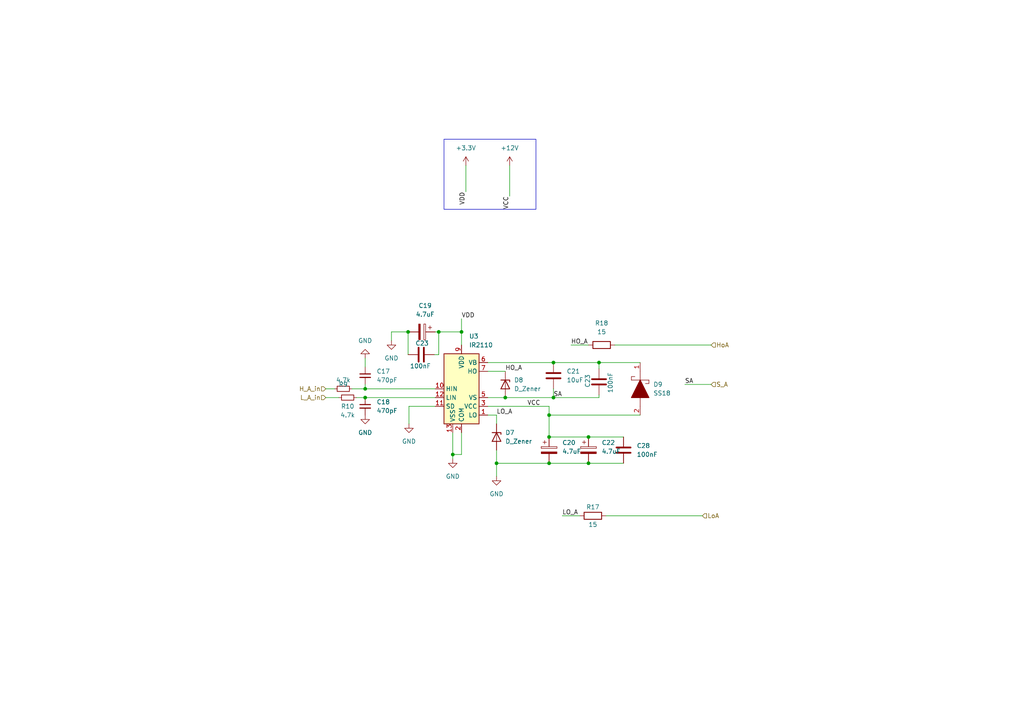
<source format=kicad_sch>
(kicad_sch (version 20230121) (generator eeschema)

  (uuid 5bec7709-5a40-477f-941e-fb05aef2b6b7)

  (paper "A4")

  (lib_symbols
    (symbol "Device:C" (pin_numbers hide) (pin_names (offset 0.254)) (in_bom yes) (on_board yes)
      (property "Reference" "C" (at 0.635 2.54 0)
        (effects (font (size 1.27 1.27)) (justify left))
      )
      (property "Value" "C" (at 0.635 -2.54 0)
        (effects (font (size 1.27 1.27)) (justify left))
      )
      (property "Footprint" "" (at 0.9652 -3.81 0)
        (effects (font (size 1.27 1.27)) hide)
      )
      (property "Datasheet" "~" (at 0 0 0)
        (effects (font (size 1.27 1.27)) hide)
      )
      (property "ki_keywords" "cap capacitor" (at 0 0 0)
        (effects (font (size 1.27 1.27)) hide)
      )
      (property "ki_description" "Unpolarized capacitor" (at 0 0 0)
        (effects (font (size 1.27 1.27)) hide)
      )
      (property "ki_fp_filters" "C_*" (at 0 0 0)
        (effects (font (size 1.27 1.27)) hide)
      )
      (symbol "C_0_1"
        (polyline
          (pts
            (xy -2.032 -0.762)
            (xy 2.032 -0.762)
          )
          (stroke (width 0.508) (type default))
          (fill (type none))
        )
        (polyline
          (pts
            (xy -2.032 0.762)
            (xy 2.032 0.762)
          )
          (stroke (width 0.508) (type default))
          (fill (type none))
        )
      )
      (symbol "C_1_1"
        (pin passive line (at 0 3.81 270) (length 2.794)
          (name "~" (effects (font (size 1.27 1.27))))
          (number "1" (effects (font (size 1.27 1.27))))
        )
        (pin passive line (at 0 -3.81 90) (length 2.794)
          (name "~" (effects (font (size 1.27 1.27))))
          (number "2" (effects (font (size 1.27 1.27))))
        )
      )
    )
    (symbol "Device:C_Polarized" (pin_numbers hide) (pin_names (offset 0.254)) (in_bom yes) (on_board yes)
      (property "Reference" "C" (at 0.635 2.54 0)
        (effects (font (size 1.27 1.27)) (justify left))
      )
      (property "Value" "C_Polarized" (at 0.635 -2.54 0)
        (effects (font (size 1.27 1.27)) (justify left))
      )
      (property "Footprint" "" (at 0.9652 -3.81 0)
        (effects (font (size 1.27 1.27)) hide)
      )
      (property "Datasheet" "~" (at 0 0 0)
        (effects (font (size 1.27 1.27)) hide)
      )
      (property "ki_keywords" "cap capacitor" (at 0 0 0)
        (effects (font (size 1.27 1.27)) hide)
      )
      (property "ki_description" "Polarized capacitor" (at 0 0 0)
        (effects (font (size 1.27 1.27)) hide)
      )
      (property "ki_fp_filters" "CP_*" (at 0 0 0)
        (effects (font (size 1.27 1.27)) hide)
      )
      (symbol "C_Polarized_0_1"
        (rectangle (start -2.286 0.508) (end 2.286 1.016)
          (stroke (width 0) (type default))
          (fill (type none))
        )
        (polyline
          (pts
            (xy -1.778 2.286)
            (xy -0.762 2.286)
          )
          (stroke (width 0) (type default))
          (fill (type none))
        )
        (polyline
          (pts
            (xy -1.27 2.794)
            (xy -1.27 1.778)
          )
          (stroke (width 0) (type default))
          (fill (type none))
        )
        (rectangle (start 2.286 -0.508) (end -2.286 -1.016)
          (stroke (width 0) (type default))
          (fill (type outline))
        )
      )
      (symbol "C_Polarized_1_1"
        (pin passive line (at 0 3.81 270) (length 2.794)
          (name "~" (effects (font (size 1.27 1.27))))
          (number "1" (effects (font (size 1.27 1.27))))
        )
        (pin passive line (at 0 -3.81 90) (length 2.794)
          (name "~" (effects (font (size 1.27 1.27))))
          (number "2" (effects (font (size 1.27 1.27))))
        )
      )
    )
    (symbol "Device:C_Small" (pin_numbers hide) (pin_names (offset 0.254) hide) (in_bom yes) (on_board yes)
      (property "Reference" "C" (at 0.254 1.778 0)
        (effects (font (size 1.27 1.27)) (justify left))
      )
      (property "Value" "C_Small" (at 0.254 -2.032 0)
        (effects (font (size 1.27 1.27)) (justify left))
      )
      (property "Footprint" "" (at 0 0 0)
        (effects (font (size 1.27 1.27)) hide)
      )
      (property "Datasheet" "~" (at 0 0 0)
        (effects (font (size 1.27 1.27)) hide)
      )
      (property "ki_keywords" "capacitor cap" (at 0 0 0)
        (effects (font (size 1.27 1.27)) hide)
      )
      (property "ki_description" "Unpolarized capacitor, small symbol" (at 0 0 0)
        (effects (font (size 1.27 1.27)) hide)
      )
      (property "ki_fp_filters" "C_*" (at 0 0 0)
        (effects (font (size 1.27 1.27)) hide)
      )
      (symbol "C_Small_0_1"
        (polyline
          (pts
            (xy -1.524 -0.508)
            (xy 1.524 -0.508)
          )
          (stroke (width 0.3302) (type default))
          (fill (type none))
        )
        (polyline
          (pts
            (xy -1.524 0.508)
            (xy 1.524 0.508)
          )
          (stroke (width 0.3048) (type default))
          (fill (type none))
        )
      )
      (symbol "C_Small_1_1"
        (pin passive line (at 0 2.54 270) (length 2.032)
          (name "~" (effects (font (size 1.27 1.27))))
          (number "1" (effects (font (size 1.27 1.27))))
        )
        (pin passive line (at 0 -2.54 90) (length 2.032)
          (name "~" (effects (font (size 1.27 1.27))))
          (number "2" (effects (font (size 1.27 1.27))))
        )
      )
    )
    (symbol "Device:D_Zener" (pin_numbers hide) (pin_names (offset 1.016) hide) (in_bom yes) (on_board yes)
      (property "Reference" "D" (at 0 2.54 0)
        (effects (font (size 1.27 1.27)))
      )
      (property "Value" "D_Zener" (at 0 -2.54 0)
        (effects (font (size 1.27 1.27)))
      )
      (property "Footprint" "" (at 0 0 0)
        (effects (font (size 1.27 1.27)) hide)
      )
      (property "Datasheet" "~" (at 0 0 0)
        (effects (font (size 1.27 1.27)) hide)
      )
      (property "ki_keywords" "diode" (at 0 0 0)
        (effects (font (size 1.27 1.27)) hide)
      )
      (property "ki_description" "Zener diode" (at 0 0 0)
        (effects (font (size 1.27 1.27)) hide)
      )
      (property "ki_fp_filters" "TO-???* *_Diode_* *SingleDiode* D_*" (at 0 0 0)
        (effects (font (size 1.27 1.27)) hide)
      )
      (symbol "D_Zener_0_1"
        (polyline
          (pts
            (xy 1.27 0)
            (xy -1.27 0)
          )
          (stroke (width 0) (type default))
          (fill (type none))
        )
        (polyline
          (pts
            (xy -1.27 -1.27)
            (xy -1.27 1.27)
            (xy -0.762 1.27)
          )
          (stroke (width 0.254) (type default))
          (fill (type none))
        )
        (polyline
          (pts
            (xy 1.27 -1.27)
            (xy 1.27 1.27)
            (xy -1.27 0)
            (xy 1.27 -1.27)
          )
          (stroke (width 0.254) (type default))
          (fill (type none))
        )
      )
      (symbol "D_Zener_1_1"
        (pin passive line (at -3.81 0 0) (length 2.54)
          (name "K" (effects (font (size 1.27 1.27))))
          (number "1" (effects (font (size 1.27 1.27))))
        )
        (pin passive line (at 3.81 0 180) (length 2.54)
          (name "A" (effects (font (size 1.27 1.27))))
          (number "2" (effects (font (size 1.27 1.27))))
        )
      )
    )
    (symbol "Device:R" (pin_numbers hide) (pin_names (offset 0)) (in_bom yes) (on_board yes)
      (property "Reference" "R" (at 2.032 0 90)
        (effects (font (size 1.27 1.27)))
      )
      (property "Value" "R" (at 0 0 90)
        (effects (font (size 1.27 1.27)))
      )
      (property "Footprint" "" (at -1.778 0 90)
        (effects (font (size 1.27 1.27)) hide)
      )
      (property "Datasheet" "~" (at 0 0 0)
        (effects (font (size 1.27 1.27)) hide)
      )
      (property "ki_keywords" "R res resistor" (at 0 0 0)
        (effects (font (size 1.27 1.27)) hide)
      )
      (property "ki_description" "Resistor" (at 0 0 0)
        (effects (font (size 1.27 1.27)) hide)
      )
      (property "ki_fp_filters" "R_*" (at 0 0 0)
        (effects (font (size 1.27 1.27)) hide)
      )
      (symbol "R_0_1"
        (rectangle (start -1.016 -2.54) (end 1.016 2.54)
          (stroke (width 0.254) (type default))
          (fill (type none))
        )
      )
      (symbol "R_1_1"
        (pin passive line (at 0 3.81 270) (length 1.27)
          (name "~" (effects (font (size 1.27 1.27))))
          (number "1" (effects (font (size 1.27 1.27))))
        )
        (pin passive line (at 0 -3.81 90) (length 1.27)
          (name "~" (effects (font (size 1.27 1.27))))
          (number "2" (effects (font (size 1.27 1.27))))
        )
      )
    )
    (symbol "Device:R_Small" (pin_numbers hide) (pin_names (offset 0.254) hide) (in_bom yes) (on_board yes)
      (property "Reference" "R" (at 0.762 0.508 0)
        (effects (font (size 1.27 1.27)) (justify left))
      )
      (property "Value" "R_Small" (at 0.762 -1.016 0)
        (effects (font (size 1.27 1.27)) (justify left))
      )
      (property "Footprint" "" (at 0 0 0)
        (effects (font (size 1.27 1.27)) hide)
      )
      (property "Datasheet" "~" (at 0 0 0)
        (effects (font (size 1.27 1.27)) hide)
      )
      (property "ki_keywords" "R resistor" (at 0 0 0)
        (effects (font (size 1.27 1.27)) hide)
      )
      (property "ki_description" "Resistor, small symbol" (at 0 0 0)
        (effects (font (size 1.27 1.27)) hide)
      )
      (property "ki_fp_filters" "R_*" (at 0 0 0)
        (effects (font (size 1.27 1.27)) hide)
      )
      (symbol "R_Small_0_1"
        (rectangle (start -0.762 1.778) (end 0.762 -1.778)
          (stroke (width 0.2032) (type default))
          (fill (type none))
        )
      )
      (symbol "R_Small_1_1"
        (pin passive line (at 0 2.54 270) (length 0.762)
          (name "~" (effects (font (size 1.27 1.27))))
          (number "1" (effects (font (size 1.27 1.27))))
        )
        (pin passive line (at 0 -2.54 90) (length 0.762)
          (name "~" (effects (font (size 1.27 1.27))))
          (number "2" (effects (font (size 1.27 1.27))))
        )
      )
    )
    (symbol "Driver_FET:IR2110" (in_bom yes) (on_board yes)
      (property "Reference" "U" (at 1.27 13.335 0)
        (effects (font (size 1.27 1.27)) (justify left))
      )
      (property "Value" "IR2110" (at 1.27 11.43 0)
        (effects (font (size 1.27 1.27)) (justify left))
      )
      (property "Footprint" "Package_DIP:DIP-14_W7.62mm" (at 0 0 0)
        (effects (font (size 1.27 1.27) italic) hide)
      )
      (property "Datasheet" "https://www.infineon.com/dgdl/ir2110.pdf?fileId=5546d462533600a4015355c80333167e" (at 0 0 0)
        (effects (font (size 1.27 1.27)) hide)
      )
      (property "ki_keywords" "Gate Driver" (at 0 0 0)
        (effects (font (size 1.27 1.27)) hide)
      )
      (property "ki_description" "High and Low Side Driver, 500V, 2.0/2.0A, PDIP-14" (at 0 0 0)
        (effects (font (size 1.27 1.27)) hide)
      )
      (property "ki_fp_filters" "DIP*W7.62mm*" (at 0 0 0)
        (effects (font (size 1.27 1.27)) hide)
      )
      (symbol "IR2110_0_1"
        (rectangle (start -5.08 -10.16) (end 5.08 10.16)
          (stroke (width 0.254) (type default))
          (fill (type background))
        )
      )
      (symbol "IR2110_1_1"
        (pin output line (at 7.62 -7.62 180) (length 2.54)
          (name "LO" (effects (font (size 1.27 1.27))))
          (number "1" (effects (font (size 1.27 1.27))))
        )
        (pin input line (at -7.62 0 0) (length 2.54)
          (name "HIN" (effects (font (size 1.27 1.27))))
          (number "10" (effects (font (size 1.27 1.27))))
        )
        (pin input line (at -7.62 -5.08 0) (length 2.54)
          (name "SD" (effects (font (size 1.27 1.27))))
          (number "11" (effects (font (size 1.27 1.27))))
        )
        (pin input line (at -7.62 -2.54 0) (length 2.54)
          (name "LIN" (effects (font (size 1.27 1.27))))
          (number "12" (effects (font (size 1.27 1.27))))
        )
        (pin power_in line (at -2.54 -12.7 90) (length 2.54)
          (name "VSS" (effects (font (size 1.27 1.27))))
          (number "13" (effects (font (size 1.27 1.27))))
        )
        (pin no_connect line (at -5.08 2.54 0) (length 2.54) hide
          (name "NC" (effects (font (size 1.27 1.27))))
          (number "14" (effects (font (size 1.27 1.27))))
        )
        (pin power_in line (at 0 -12.7 90) (length 2.54)
          (name "COM" (effects (font (size 1.27 1.27))))
          (number "2" (effects (font (size 1.27 1.27))))
        )
        (pin power_in line (at 7.62 -5.08 180) (length 2.54)
          (name "VCC" (effects (font (size 1.27 1.27))))
          (number "3" (effects (font (size 1.27 1.27))))
        )
        (pin no_connect line (at -5.08 7.62 0) (length 2.54) hide
          (name "NC" (effects (font (size 1.27 1.27))))
          (number "4" (effects (font (size 1.27 1.27))))
        )
        (pin passive line (at 7.62 -2.54 180) (length 2.54)
          (name "VS" (effects (font (size 1.27 1.27))))
          (number "5" (effects (font (size 1.27 1.27))))
        )
        (pin passive line (at 7.62 7.62 180) (length 2.54)
          (name "VB" (effects (font (size 1.27 1.27))))
          (number "6" (effects (font (size 1.27 1.27))))
        )
        (pin output line (at 7.62 5.08 180) (length 2.54)
          (name "HO" (effects (font (size 1.27 1.27))))
          (number "7" (effects (font (size 1.27 1.27))))
        )
        (pin no_connect line (at -5.08 5.08 0) (length 2.54) hide
          (name "NC" (effects (font (size 1.27 1.27))))
          (number "8" (effects (font (size 1.27 1.27))))
        )
        (pin power_in line (at 0 12.7 270) (length 2.54)
          (name "VDD" (effects (font (size 1.27 1.27))))
          (number "9" (effects (font (size 1.27 1.27))))
        )
      )
    )
    (symbol "SamacSys_Parts:SS18" (pin_names (offset 0.762)) (in_bom yes) (on_board yes)
      (property "Reference" "D" (at 12.7 8.89 0)
        (effects (font (size 1.27 1.27)) (justify left))
      )
      (property "Value" "SS18" (at 12.7 6.35 0)
        (effects (font (size 1.27 1.27)) (justify left))
      )
      (property "Footprint" "DIOM5227X270N" (at 12.7 3.81 0)
        (effects (font (size 1.27 1.27)) (justify left) hide)
      )
      (property "Datasheet" "https://componentsearchengine.com/Datasheets/2/SS18.pdf" (at 12.7 1.27 0)
        (effects (font (size 1.27 1.27)) (justify left) hide)
      )
      (property "Description" "Schottky Diodes & Rectifiers 1a 80V Rectifier Schottky Barrier" (at 12.7 -1.27 0)
        (effects (font (size 1.27 1.27)) (justify left) hide)
      )
      (property "Height" "2.7" (at 12.7 -3.81 0)
        (effects (font (size 1.27 1.27)) (justify left) hide)
      )
      (property "Manufacturer_Name" "onsemi" (at 12.7 -6.35 0)
        (effects (font (size 1.27 1.27)) (justify left) hide)
      )
      (property "Manufacturer_Part_Number" "SS18" (at 12.7 -8.89 0)
        (effects (font (size 1.27 1.27)) (justify left) hide)
      )
      (property "Mouser Part Number" "512-SS18" (at 12.7 -11.43 0)
        (effects (font (size 1.27 1.27)) (justify left) hide)
      )
      (property "Mouser Price/Stock" "https://www.mouser.co.uk/ProductDetail/onsemi-Fairchild/SS18?qs=mVVXn4M53U%252B25aMJheuSLA%3D%3D" (at 12.7 -13.97 0)
        (effects (font (size 1.27 1.27)) (justify left) hide)
      )
      (property "Arrow Part Number" "SS18" (at 12.7 -16.51 0)
        (effects (font (size 1.27 1.27)) (justify left) hide)
      )
      (property "Arrow Price/Stock" "https://www.arrow.com/en/products/ss18/on-semiconductor?region=nac" (at 12.7 -19.05 0)
        (effects (font (size 1.27 1.27)) (justify left) hide)
      )
      (property "ki_description" "Schottky Diodes & Rectifiers 1a 80V Rectifier Schottky Barrier" (at 0 0 0)
        (effects (font (size 1.27 1.27)) hide)
      )
      (symbol "SS18_0_0"
        (pin passive line (at 2.54 0 0) (length 2.54)
          (name "~" (effects (font (size 1.27 1.27))))
          (number "1" (effects (font (size 1.27 1.27))))
        )
        (pin passive line (at 17.78 0 180) (length 2.54)
          (name "~" (effects (font (size 1.27 1.27))))
          (number "2" (effects (font (size 1.27 1.27))))
        )
      )
      (symbol "SS18_0_1"
        (polyline
          (pts
            (xy 5.08 0)
            (xy 7.62 0)
          )
          (stroke (width 0.1524) (type solid))
          (fill (type none))
        )
        (polyline
          (pts
            (xy 7.62 2.54)
            (xy 7.62 -2.54)
          )
          (stroke (width 0.1524) (type solid))
          (fill (type none))
        )
        (polyline
          (pts
            (xy 12.7 0)
            (xy 15.24 0)
          )
          (stroke (width 0.1524) (type solid))
          (fill (type none))
        )
        (polyline
          (pts
            (xy 7.62 -2.54)
            (xy 6.604 -2.54)
            (xy 6.604 -1.524)
          )
          (stroke (width 0.1524) (type solid))
          (fill (type none))
        )
        (polyline
          (pts
            (xy 7.62 2.54)
            (xy 8.636 2.54)
            (xy 8.636 1.524)
          )
          (stroke (width 0.1524) (type solid))
          (fill (type none))
        )
        (polyline
          (pts
            (xy 7.62 0)
            (xy 12.7 2.54)
            (xy 12.7 -2.54)
            (xy 7.62 0)
          )
          (stroke (width 0.254) (type solid))
          (fill (type outline))
        )
      )
    )
    (symbol "power:+12V" (power) (pin_names (offset 0)) (in_bom yes) (on_board yes)
      (property "Reference" "#PWR" (at 0 -3.81 0)
        (effects (font (size 1.27 1.27)) hide)
      )
      (property "Value" "+12V" (at 0 3.556 0)
        (effects (font (size 1.27 1.27)))
      )
      (property "Footprint" "" (at 0 0 0)
        (effects (font (size 1.27 1.27)) hide)
      )
      (property "Datasheet" "" (at 0 0 0)
        (effects (font (size 1.27 1.27)) hide)
      )
      (property "ki_keywords" "global power" (at 0 0 0)
        (effects (font (size 1.27 1.27)) hide)
      )
      (property "ki_description" "Power symbol creates a global label with name \"+12V\"" (at 0 0 0)
        (effects (font (size 1.27 1.27)) hide)
      )
      (symbol "+12V_0_1"
        (polyline
          (pts
            (xy -0.762 1.27)
            (xy 0 2.54)
          )
          (stroke (width 0) (type default))
          (fill (type none))
        )
        (polyline
          (pts
            (xy 0 0)
            (xy 0 2.54)
          )
          (stroke (width 0) (type default))
          (fill (type none))
        )
        (polyline
          (pts
            (xy 0 2.54)
            (xy 0.762 1.27)
          )
          (stroke (width 0) (type default))
          (fill (type none))
        )
      )
      (symbol "+12V_1_1"
        (pin power_in line (at 0 0 90) (length 0) hide
          (name "+12V" (effects (font (size 1.27 1.27))))
          (number "1" (effects (font (size 1.27 1.27))))
        )
      )
    )
    (symbol "power:+3.3V" (power) (pin_names (offset 0)) (in_bom yes) (on_board yes)
      (property "Reference" "#PWR" (at 0 -3.81 0)
        (effects (font (size 1.27 1.27)) hide)
      )
      (property "Value" "+3.3V" (at 0 3.556 0)
        (effects (font (size 1.27 1.27)))
      )
      (property "Footprint" "" (at 0 0 0)
        (effects (font (size 1.27 1.27)) hide)
      )
      (property "Datasheet" "" (at 0 0 0)
        (effects (font (size 1.27 1.27)) hide)
      )
      (property "ki_keywords" "global power" (at 0 0 0)
        (effects (font (size 1.27 1.27)) hide)
      )
      (property "ki_description" "Power symbol creates a global label with name \"+3.3V\"" (at 0 0 0)
        (effects (font (size 1.27 1.27)) hide)
      )
      (symbol "+3.3V_0_1"
        (polyline
          (pts
            (xy -0.762 1.27)
            (xy 0 2.54)
          )
          (stroke (width 0) (type default))
          (fill (type none))
        )
        (polyline
          (pts
            (xy 0 0)
            (xy 0 2.54)
          )
          (stroke (width 0) (type default))
          (fill (type none))
        )
        (polyline
          (pts
            (xy 0 2.54)
            (xy 0.762 1.27)
          )
          (stroke (width 0) (type default))
          (fill (type none))
        )
      )
      (symbol "+3.3V_1_1"
        (pin power_in line (at 0 0 90) (length 0) hide
          (name "+3.3V" (effects (font (size 1.27 1.27))))
          (number "1" (effects (font (size 1.27 1.27))))
        )
      )
    )
    (symbol "power:GND" (power) (pin_names (offset 0)) (in_bom yes) (on_board yes)
      (property "Reference" "#PWR" (at 0 -6.35 0)
        (effects (font (size 1.27 1.27)) hide)
      )
      (property "Value" "GND" (at 0 -3.81 0)
        (effects (font (size 1.27 1.27)))
      )
      (property "Footprint" "" (at 0 0 0)
        (effects (font (size 1.27 1.27)) hide)
      )
      (property "Datasheet" "" (at 0 0 0)
        (effects (font (size 1.27 1.27)) hide)
      )
      (property "ki_keywords" "global power" (at 0 0 0)
        (effects (font (size 1.27 1.27)) hide)
      )
      (property "ki_description" "Power symbol creates a global label with name \"GND\" , ground" (at 0 0 0)
        (effects (font (size 1.27 1.27)) hide)
      )
      (symbol "GND_0_1"
        (polyline
          (pts
            (xy 0 0)
            (xy 0 -1.27)
            (xy 1.27 -1.27)
            (xy 0 -2.54)
            (xy -1.27 -1.27)
            (xy 0 -1.27)
          )
          (stroke (width 0) (type default))
          (fill (type none))
        )
      )
      (symbol "GND_1_1"
        (pin power_in line (at 0 0 270) (length 0) hide
          (name "GND" (effects (font (size 1.27 1.27))))
          (number "1" (effects (font (size 1.27 1.27))))
        )
      )
    )
  )

  (junction (at 173.736 105.156) (diameter 0) (color 0 0 0 0)
    (uuid 0a8119ef-dbdb-42be-af0f-f6cd99bb64ee)
  )
  (junction (at 144.018 134.366) (diameter 0) (color 0 0 0 0)
    (uuid 23a1323c-4616-4b57-b301-a563701fd1b2)
  )
  (junction (at 170.688 134.366) (diameter 0) (color 0 0 0 0)
    (uuid 33db639e-8b81-4d45-9266-af29e5829412)
  )
  (junction (at 127.254 96.266) (diameter 0) (color 0 0 0 0)
    (uuid 3ff2c2a9-b2a6-4e44-ad96-a72fdeee5a3e)
  )
  (junction (at 146.558 115.316) (diameter 0) (color 0 0 0 0)
    (uuid 5272bb09-f3a7-4db9-b9b4-cbe092c34a4a)
  )
  (junction (at 160.528 105.156) (diameter 0) (color 0 0 0 0)
    (uuid 5c714b35-6b37-4d2c-8afe-87bc8c930621)
  )
  (junction (at 131.318 131.826) (diameter 0) (color 0 0 0 0)
    (uuid 6aaa5e24-8cdc-420a-aec6-b9e6df045362)
  )
  (junction (at 118.364 96.266) (diameter 0) (color 0 0 0 0)
    (uuid 6c632d57-7e87-420e-aae9-c167f9a26e1b)
  )
  (junction (at 159.258 120.396) (diameter 0) (color 0 0 0 0)
    (uuid 848899ff-a6a1-4b4d-85ae-fefe355ac396)
  )
  (junction (at 133.858 96.266) (diameter 0) (color 0 0 0 0)
    (uuid 89e492a1-1c3a-4308-9465-34f80244996e)
  )
  (junction (at 159.258 134.366) (diameter 0) (color 0 0 0 0)
    (uuid 940157cc-b85b-4ead-98c6-656196ca0566)
  )
  (junction (at 105.918 115.316) (diameter 0) (color 0 0 0 0)
    (uuid 9df28dee-fb27-4a35-b65d-12c49230aa19)
  )
  (junction (at 105.918 112.776) (diameter 0) (color 0 0 0 0)
    (uuid be3606e6-b33a-4bc2-a520-5ad231d58b6b)
  )
  (junction (at 160.528 115.316) (diameter 0) (color 0 0 0 0)
    (uuid c0630e9a-ef95-4525-b42d-125dab731334)
  )
  (junction (at 159.258 126.746) (diameter 0) (color 0 0 0 0)
    (uuid e06de947-33b1-4151-ac09-537b7ff5d937)
  )
  (junction (at 170.688 126.746) (diameter 0) (color 0 0 0 0)
    (uuid ecdbe0ec-b469-4a49-b23e-a2e22ae4be34)
  )

  (wire (pts (xy 178.308 100.076) (xy 206.248 100.076))
    (stroke (width 0) (type default))
    (uuid 024d8e78-2d9d-47b3-9e2e-df9c2cd2a626)
  )
  (wire (pts (xy 144.018 120.396) (xy 141.478 120.396))
    (stroke (width 0) (type default))
    (uuid 0727a653-1963-41b7-95c8-a218bb18ed2d)
  )
  (wire (pts (xy 133.858 96.266) (xy 133.858 100.076))
    (stroke (width 0) (type default))
    (uuid 0891c672-9bb4-4dc3-8ffe-a292f44a18fe)
  )
  (wire (pts (xy 118.618 96.266) (xy 118.364 96.266))
    (stroke (width 0) (type default))
    (uuid 0a49ab39-0082-436a-9c92-e9fad75a00b5)
  )
  (wire (pts (xy 133.858 131.826) (xy 131.318 131.826))
    (stroke (width 0) (type default))
    (uuid 0aee945a-5079-4797-8d31-9e8da9a2a4f3)
  )
  (wire (pts (xy 173.736 105.156) (xy 185.674 105.156))
    (stroke (width 0) (type default))
    (uuid 0bdaa2d4-b8ea-4b00-b44f-96f9c0fbd1b8)
  )
  (wire (pts (xy 127.254 102.87) (xy 127.254 96.266))
    (stroke (width 0) (type default))
    (uuid 18092fc7-6d90-4854-a7a0-149b855db1a7)
  )
  (wire (pts (xy 135.128 48.006) (xy 135.128 55.626))
    (stroke (width 0) (type default))
    (uuid 19c936ef-4e2c-418b-b3f8-739676d364d0)
  )
  (wire (pts (xy 159.258 120.396) (xy 185.674 120.396))
    (stroke (width 0) (type default))
    (uuid 1d0128ba-5767-43d9-a064-9cd763a4debd)
  )
  (wire (pts (xy 144.018 122.936) (xy 144.018 120.396))
    (stroke (width 0) (type default))
    (uuid 1ffb3367-ca04-4e69-b622-9bd81b456cf3)
  )
  (wire (pts (xy 103.378 115.316) (xy 105.918 115.316))
    (stroke (width 0) (type default))
    (uuid 23123b9f-c6c7-4d85-ac01-eb080ed24b8b)
  )
  (wire (pts (xy 146.558 115.316) (xy 160.528 115.316))
    (stroke (width 0) (type default))
    (uuid 2588614c-558d-4d26-9c95-3a8c3a30b555)
  )
  (wire (pts (xy 125.984 102.87) (xy 127.254 102.87))
    (stroke (width 0) (type default))
    (uuid 2727615b-27be-4580-b48c-fd7d7b86465b)
  )
  (wire (pts (xy 159.258 120.396) (xy 159.258 126.746))
    (stroke (width 0) (type default))
    (uuid 2a323607-fe00-48da-b401-32ea820d7215)
  )
  (wire (pts (xy 144.018 130.556) (xy 144.018 134.366))
    (stroke (width 0) (type default))
    (uuid 30d504e2-2cef-4505-9c1d-2a4cc6315697)
  )
  (wire (pts (xy 118.364 102.87) (xy 118.364 96.266))
    (stroke (width 0) (type default))
    (uuid 3fce95e1-ec2e-4feb-885e-4c3166f8e9a3)
  )
  (wire (pts (xy 170.688 126.746) (xy 180.848 126.746))
    (stroke (width 0) (type default))
    (uuid 41f7bf02-b28d-424d-b3f8-58ea9aef6639)
  )
  (wire (pts (xy 118.618 117.856) (xy 118.618 122.936))
    (stroke (width 0) (type default))
    (uuid 42215564-d615-4a9b-b691-29c4f5cb8192)
  )
  (wire (pts (xy 105.918 112.776) (xy 126.238 112.776))
    (stroke (width 0) (type default))
    (uuid 4503ba7c-0595-461e-9941-281ffe3f66d6)
  )
  (wire (pts (xy 133.858 125.476) (xy 133.858 131.826))
    (stroke (width 0) (type default))
    (uuid 4ea44bf8-dbec-438c-bf0d-09f457454ab7)
  )
  (wire (pts (xy 94.488 112.776) (xy 97.028 112.776))
    (stroke (width 0) (type default))
    (uuid 4f96d95a-a8bc-4728-8d7d-e7e4c13b5ff6)
  )
  (wire (pts (xy 126.238 96.266) (xy 127.254 96.266))
    (stroke (width 0) (type default))
    (uuid 54e5aa35-57f3-49e6-abfb-851adb478b5e)
  )
  (wire (pts (xy 118.364 96.266) (xy 113.538 96.266))
    (stroke (width 0) (type default))
    (uuid 57d9488b-1701-432b-8dab-188bfea5a591)
  )
  (wire (pts (xy 159.258 120.396) (xy 159.258 117.856))
    (stroke (width 0) (type default))
    (uuid 598d8d1a-438b-4de6-a363-9fce87b11e77)
  )
  (wire (pts (xy 105.918 103.886) (xy 105.918 106.426))
    (stroke (width 0) (type default))
    (uuid 59bd64eb-6907-4d61-9376-a1f5fafa3722)
  )
  (wire (pts (xy 118.618 117.856) (xy 126.238 117.856))
    (stroke (width 0) (type default))
    (uuid 5caa3300-b603-411b-8564-6f404e39b909)
  )
  (wire (pts (xy 160.528 105.156) (xy 173.736 105.156))
    (stroke (width 0) (type default))
    (uuid 5d1eee7a-0089-4675-af9c-28c163c234c4)
  )
  (wire (pts (xy 198.628 111.506) (xy 206.248 111.506))
    (stroke (width 0) (type default))
    (uuid 6221b84c-d97e-4c0e-996a-b9f7d73c3733)
  )
  (wire (pts (xy 131.318 125.476) (xy 131.318 131.826))
    (stroke (width 0) (type default))
    (uuid 652e5957-971d-4cb9-892a-fd9dd9b121f2)
  )
  (wire (pts (xy 105.918 111.506) (xy 105.918 112.776))
    (stroke (width 0) (type default))
    (uuid 683fd772-52c7-4b19-894e-81ca85216f78)
  )
  (wire (pts (xy 127.254 96.266) (xy 133.858 96.266))
    (stroke (width 0) (type default))
    (uuid 6956b0df-fd3d-4352-a2ae-56d9cf92bcbc)
  )
  (wire (pts (xy 170.688 134.366) (xy 180.848 134.366))
    (stroke (width 0) (type default))
    (uuid 6e0d3e1a-65d4-441f-a4d2-42658221bee2)
  )
  (wire (pts (xy 159.258 134.366) (xy 170.688 134.366))
    (stroke (width 0) (type default))
    (uuid 6e363196-0c67-49f3-b1a0-860464019913)
  )
  (wire (pts (xy 173.736 115.316) (xy 160.528 115.316))
    (stroke (width 0) (type default))
    (uuid 6f865f89-eb93-4874-9ed8-bac93c7dadfb)
  )
  (wire (pts (xy 144.018 134.366) (xy 159.258 134.366))
    (stroke (width 0) (type default))
    (uuid 73414885-c4a8-4440-bf7b-7712ba4a863e)
  )
  (wire (pts (xy 131.318 131.826) (xy 131.318 133.096))
    (stroke (width 0) (type default))
    (uuid 7975268a-9ad3-42ed-843e-d58bc5bb727e)
  )
  (wire (pts (xy 141.478 117.856) (xy 159.258 117.856))
    (stroke (width 0) (type default))
    (uuid 7a72e278-fe2d-427a-b63b-ff72104b9e1a)
  )
  (wire (pts (xy 141.478 107.696) (xy 146.558 107.696))
    (stroke (width 0) (type default))
    (uuid 80c46f6a-7cbd-4e8a-bca7-876f8788a893)
  )
  (wire (pts (xy 165.608 100.076) (xy 170.688 100.076))
    (stroke (width 0) (type default))
    (uuid 90cf256f-b0b0-409a-bd04-7144293d5a51)
  )
  (wire (pts (xy 102.108 112.776) (xy 105.918 112.776))
    (stroke (width 0) (type default))
    (uuid a03eb4fe-65e8-42b9-868f-0e7b6292517d)
  )
  (wire (pts (xy 141.478 105.156) (xy 160.528 105.156))
    (stroke (width 0) (type default))
    (uuid a470680a-bc25-443b-8f8f-95e2120bb0e4)
  )
  (wire (pts (xy 173.736 114.554) (xy 173.736 115.316))
    (stroke (width 0) (type default))
    (uuid a6dd4ae3-ff44-422d-92ad-a5b76549de02)
  )
  (wire (pts (xy 147.828 48.006) (xy 147.828 56.896))
    (stroke (width 0) (type default))
    (uuid b326b7d5-f64a-4b96-8d8c-e29bf6296e2a)
  )
  (wire (pts (xy 94.488 115.316) (xy 98.298 115.316))
    (stroke (width 0) (type default))
    (uuid bc861f95-3f88-48ff-9ff1-f8c86e5e1749)
  )
  (wire (pts (xy 175.768 149.606) (xy 203.708 149.606))
    (stroke (width 0) (type default))
    (uuid bea8c984-11a2-4b48-b0d0-7c971e8f418a)
  )
  (wire (pts (xy 105.918 115.316) (xy 126.238 115.316))
    (stroke (width 0) (type default))
    (uuid cd95e40a-8315-45ac-9a8b-9a8dc60ec767)
  )
  (wire (pts (xy 144.018 134.366) (xy 144.018 138.176))
    (stroke (width 0) (type default))
    (uuid ce78bd3e-7473-4155-b376-9eb49bc2b85d)
  )
  (wire (pts (xy 173.736 106.934) (xy 173.736 105.156))
    (stroke (width 0) (type default))
    (uuid d1334672-a84f-4a57-9a30-22e6fa54d4cd)
  )
  (wire (pts (xy 160.528 112.776) (xy 160.528 115.316))
    (stroke (width 0) (type default))
    (uuid dc2baf7a-8862-4ac7-934a-f0c8d39c1be8)
  )
  (wire (pts (xy 159.258 126.746) (xy 170.688 126.746))
    (stroke (width 0) (type default))
    (uuid e1fdcf26-7bb7-48c9-b9a9-794564e1f0c9)
  )
  (wire (pts (xy 163.068 149.606) (xy 168.148 149.606))
    (stroke (width 0) (type default))
    (uuid e340fc7f-5a58-4a6f-9e57-c01c526ae121)
  )
  (wire (pts (xy 113.538 96.266) (xy 113.538 98.806))
    (stroke (width 0) (type default))
    (uuid ea343ba1-570d-455d-8558-e553992e9ca4)
  )
  (wire (pts (xy 133.858 92.456) (xy 133.858 96.266))
    (stroke (width 0) (type default))
    (uuid eaa78902-7bea-45ee-ae3a-1e7f2a5d64ca)
  )
  (wire (pts (xy 141.478 115.316) (xy 146.558 115.316))
    (stroke (width 0) (type default))
    (uuid eaaff1e4-5622-4943-a5c9-816afb79f6da)
  )

  (rectangle (start 128.778 40.386) (end 155.448 60.706)
    (stroke (width 0) (type default))
    (fill (type none))
    (uuid 39c83e90-d440-454a-bf1c-fe38fa195f0e)
  )

  (label "VCC" (at 147.828 56.896 270) (fields_autoplaced)
    (effects (font (size 1.27 1.27)) (justify right bottom))
    (uuid 108757c7-0d6e-4e6a-a980-9822167c2030)
  )
  (label "LO_A" (at 144.018 120.396 0) (fields_autoplaced)
    (effects (font (size 1.27 1.27)) (justify left bottom))
    (uuid 3a03fcca-f8d1-4ce4-a9d8-2d6e34a1a64b)
  )
  (label "LO_A" (at 163.068 149.606 0) (fields_autoplaced)
    (effects (font (size 1.27 1.27)) (justify left bottom))
    (uuid 5bff3b9b-8348-4b07-b9f2-c0f9f847f1c7)
  )
  (label "HO_A" (at 165.608 100.076 0) (fields_autoplaced)
    (effects (font (size 1.27 1.27)) (justify left bottom))
    (uuid 891726d8-da03-4144-9fb2-45f17f712c3d)
  )
  (label "SA" (at 198.628 111.506 0) (fields_autoplaced)
    (effects (font (size 1.27 1.27)) (justify left bottom))
    (uuid 990291fa-1f79-4029-8745-2a03bda91d52)
  )
  (label "VDD" (at 133.858 92.456 0) (fields_autoplaced)
    (effects (font (size 1.27 1.27)) (justify left bottom))
    (uuid d65a9d84-8935-4078-9a48-26452009a640)
  )
  (label "VDD" (at 135.128 55.626 270) (fields_autoplaced)
    (effects (font (size 1.27 1.27)) (justify right bottom))
    (uuid d91f84aa-f71b-42f6-89f3-1f2eb286f9be)
  )
  (label "HO_A" (at 146.558 107.696 0) (fields_autoplaced)
    (effects (font (size 1.27 1.27)) (justify left bottom))
    (uuid e41de1c5-8d97-4634-99f3-89aebde8dda6)
  )
  (label "VCC" (at 152.908 117.856 0) (fields_autoplaced)
    (effects (font (size 1.27 1.27)) (justify left bottom))
    (uuid fa8f5a75-72bf-406e-93b9-b9b9db7c61c4)
  )
  (label "SA" (at 160.528 115.316 0) (fields_autoplaced)
    (effects (font (size 1.27 1.27)) (justify left bottom))
    (uuid fe04359e-5e75-4380-bc8c-769685d51b3d)
  )

  (hierarchical_label "H_A_in" (shape input) (at 94.488 112.776 180) (fields_autoplaced)
    (effects (font (size 1.27 1.27)) (justify right))
    (uuid 145133e6-05fd-4638-b549-1523f8bc3b86)
  )
  (hierarchical_label "L_A_in" (shape input) (at 94.488 115.316 180) (fields_autoplaced)
    (effects (font (size 1.27 1.27)) (justify right))
    (uuid 6e98f20f-1919-4705-8aa1-e1fcf86e9a13)
  )
  (hierarchical_label "S_A" (shape input) (at 206.248 111.506 0) (fields_autoplaced)
    (effects (font (size 1.27 1.27)) (justify left))
    (uuid 7597027a-cc3e-4568-b61d-f7f9973678a6)
  )
  (hierarchical_label "HoA" (shape input) (at 206.248 100.076 0) (fields_autoplaced)
    (effects (font (size 1.27 1.27)) (justify left))
    (uuid 8f56af12-e5ba-40ec-b2a6-5dd0549ceceb)
  )
  (hierarchical_label "LoA" (shape input) (at 203.708 149.606 0) (fields_autoplaced)
    (effects (font (size 1.27 1.27)) (justify left))
    (uuid b2b86db6-37e5-4241-a5dc-c74344ed6661)
  )

  (symbol (lib_id "Device:C_Small") (at 105.918 117.856 0) (unit 1)
    (in_bom yes) (on_board yes) (dnp no) (fields_autoplaced)
    (uuid 0bc38ddf-4b9a-4dc6-b5ad-af882691e5f6)
    (property "Reference" "C18" (at 109.22 116.5923 0)
      (effects (font (size 1.27 1.27)) (justify left))
    )
    (property "Value" "470pF" (at 109.22 119.1323 0)
      (effects (font (size 1.27 1.27)) (justify left))
    )
    (property "Footprint" "Capacitor_SMD:C_0805_2012Metric_Pad1.18x1.45mm_HandSolder" (at 105.918 117.856 0)
      (effects (font (size 1.27 1.27)) hide)
    )
    (property "Datasheet" "~" (at 105.918 117.856 0)
      (effects (font (size 1.27 1.27)) hide)
    )
    (pin "1" (uuid 7de239d6-4ba5-4996-976a-7412ebdbe37b))
    (pin "2" (uuid f09af297-65af-464c-b3d1-c19200b6e96b))
    (instances
      (project "ir2110_schematic"
        (path "/12eff5cc-cd10-4544-bdce-879319851b2e/50a43548-e408-42b5-a886-4b04cceabc0e"
          (reference "C18") (unit 1)
        )
      )
      (project "ir2110_1"
        (path "/23795a15-3752-4208-94e8-fe19f2d4b66f"
          (reference "C12") (unit 1)
        )
      )
      (project "controller_full6"
        (path "/3c3ae94a-eb39-4fa8-93aa-1a47bef57ada/d25a226f-9397-4c5d-be3d-01dbffa4095e"
          (reference "C6") (unit 1)
        )
      )
    )
  )

  (symbol (lib_id "power:GND") (at 131.318 133.096 0) (unit 1)
    (in_bom yes) (on_board yes) (dnp no) (fields_autoplaced)
    (uuid 2d8be81a-d750-4505-8bac-a8a611263385)
    (property "Reference" "#PWR026" (at 131.318 139.446 0)
      (effects (font (size 1.27 1.27)) hide)
    )
    (property "Value" "GND" (at 131.318 138.176 0)
      (effects (font (size 1.27 1.27)))
    )
    (property "Footprint" "" (at 131.318 133.096 0)
      (effects (font (size 1.27 1.27)) hide)
    )
    (property "Datasheet" "" (at 131.318 133.096 0)
      (effects (font (size 1.27 1.27)) hide)
    )
    (pin "1" (uuid ba075253-9108-4837-9948-bef1e11c6cc0))
    (instances
      (project "ir2110_schematic"
        (path "/12eff5cc-cd10-4544-bdce-879319851b2e/50a43548-e408-42b5-a886-4b04cceabc0e"
          (reference "#PWR026") (unit 1)
        )
      )
      (project "ir2110_1"
        (path "/23795a15-3752-4208-94e8-fe19f2d4b66f"
          (reference "#PWR013") (unit 1)
        )
      )
      (project "controller_full6"
        (path "/3c3ae94a-eb39-4fa8-93aa-1a47bef57ada/d25a226f-9397-4c5d-be3d-01dbffa4095e"
          (reference "#PWR013") (unit 1)
        )
      )
    )
  )

  (symbol (lib_id "Device:C_Small") (at 105.918 108.966 0) (unit 1)
    (in_bom yes) (on_board yes) (dnp no) (fields_autoplaced)
    (uuid 3302bd96-ece2-49ea-b6ad-dc4878da4fc2)
    (property "Reference" "C17" (at 109.22 107.7023 0)
      (effects (font (size 1.27 1.27)) (justify left))
    )
    (property "Value" "470pF" (at 109.22 110.2423 0)
      (effects (font (size 1.27 1.27)) (justify left))
    )
    (property "Footprint" "Capacitor_SMD:C_0805_2012Metric_Pad1.18x1.45mm_HandSolder" (at 105.918 108.966 0)
      (effects (font (size 1.27 1.27)) hide)
    )
    (property "Datasheet" "~" (at 105.918 108.966 0)
      (effects (font (size 1.27 1.27)) hide)
    )
    (pin "1" (uuid 6f91e4f0-56ee-4acf-87d1-dc571df10c50))
    (pin "2" (uuid 42b85f86-ef74-457e-95d2-8934fb85ac4e))
    (instances
      (project "ir2110_schematic"
        (path "/12eff5cc-cd10-4544-bdce-879319851b2e/50a43548-e408-42b5-a886-4b04cceabc0e"
          (reference "C17") (unit 1)
        )
      )
      (project "ir2110_1"
        (path "/23795a15-3752-4208-94e8-fe19f2d4b66f"
          (reference "C11") (unit 1)
        )
      )
      (project "controller_full6"
        (path "/3c3ae94a-eb39-4fa8-93aa-1a47bef57ada/d25a226f-9397-4c5d-be3d-01dbffa4095e"
          (reference "C5") (unit 1)
        )
      )
    )
  )

  (symbol (lib_id "Device:C") (at 122.174 102.87 90) (unit 1)
    (in_bom yes) (on_board yes) (dnp no)
    (uuid 407b0e6d-3a97-4b6e-9bfe-a541a5f2f3a6)
    (property "Reference" "C23" (at 122.428 99.568 90)
      (effects (font (size 1.27 1.27)))
    )
    (property "Value" "100nF" (at 121.92 106.172 90)
      (effects (font (size 1.27 1.27)))
    )
    (property "Footprint" "Capacitor_SMD:C_0805_2012Metric_Pad1.18x1.45mm_HandSolder" (at 125.984 101.9048 0)
      (effects (font (size 1.27 1.27)) hide)
    )
    (property "Datasheet" "~" (at 122.174 102.87 0)
      (effects (font (size 1.27 1.27)) hide)
    )
    (pin "1" (uuid 3bf1176a-31f4-4a1a-896b-699033de7e8a))
    (pin "2" (uuid bb477d75-ec7d-4aa5-bb4a-bc7e63fe407a))
    (instances
      (project "ir2110_schematic"
        (path "/12eff5cc-cd10-4544-bdce-879319851b2e/50a43548-e408-42b5-a886-4b04cceabc0e"
          (reference "C23") (unit 1)
        )
      )
      (project "ir2110_1"
        (path "/23795a15-3752-4208-94e8-fe19f2d4b66f"
          (reference "C13") (unit 1)
        )
      )
      (project "controller_full6"
        (path "/3c3ae94a-eb39-4fa8-93aa-1a47bef57ada/d25a226f-9397-4c5d-be3d-01dbffa4095e"
          (reference "C11") (unit 1)
        )
      )
    )
  )

  (symbol (lib_id "power:GND") (at 118.618 122.936 0) (unit 1)
    (in_bom yes) (on_board yes) (dnp no) (fields_autoplaced)
    (uuid 41539c96-9887-430d-ae66-bd4393bca92f)
    (property "Reference" "#PWR025" (at 118.618 129.286 0)
      (effects (font (size 1.27 1.27)) hide)
    )
    (property "Value" "GND" (at 118.618 128.016 0)
      (effects (font (size 1.27 1.27)))
    )
    (property "Footprint" "" (at 118.618 122.936 0)
      (effects (font (size 1.27 1.27)) hide)
    )
    (property "Datasheet" "" (at 118.618 122.936 0)
      (effects (font (size 1.27 1.27)) hide)
    )
    (pin "1" (uuid 9af07c3c-26a6-44a6-8558-67486c7b11d1))
    (instances
      (project "ir2110_schematic"
        (path "/12eff5cc-cd10-4544-bdce-879319851b2e/50a43548-e408-42b5-a886-4b04cceabc0e"
          (reference "#PWR025") (unit 1)
        )
      )
      (project "ir2110_1"
        (path "/23795a15-3752-4208-94e8-fe19f2d4b66f"
          (reference "#PWR015") (unit 1)
        )
      )
      (project "controller_full6"
        (path "/3c3ae94a-eb39-4fa8-93aa-1a47bef57ada/d25a226f-9397-4c5d-be3d-01dbffa4095e"
          (reference "#PWR012") (unit 1)
        )
      )
    )
  )

  (symbol (lib_id "Device:C") (at 160.528 108.966 0) (unit 1)
    (in_bom yes) (on_board yes) (dnp no) (fields_autoplaced)
    (uuid 59feef35-7a77-40ee-8ff7-86af33a545f7)
    (property "Reference" "C21" (at 164.338 107.696 0)
      (effects (font (size 1.27 1.27)) (justify left))
    )
    (property "Value" "10uF" (at 164.338 110.236 0)
      (effects (font (size 1.27 1.27)) (justify left))
    )
    (property "Footprint" "Capacitor_THT:CP_Radial_Tantal_D8.0mm_P2.50mm" (at 161.4932 112.776 0)
      (effects (font (size 1.27 1.27)) hide)
    )
    (property "Datasheet" "~" (at 160.528 108.966 0)
      (effects (font (size 1.27 1.27)) hide)
    )
    (pin "1" (uuid 8bf3f3f4-7716-4670-afa2-773ab407f7da))
    (pin "2" (uuid f222e5f1-c5e9-407c-ba2e-3c31f71e880a))
    (instances
      (project "ir2110_schematic"
        (path "/12eff5cc-cd10-4544-bdce-879319851b2e/50a43548-e408-42b5-a886-4b04cceabc0e"
          (reference "C21") (unit 1)
        )
      )
      (project "ir2110_1"
        (path "/23795a15-3752-4208-94e8-fe19f2d4b66f"
          (reference "C2") (unit 1)
        )
      )
      (project "controller_full6"
        (path "/3c3ae94a-eb39-4fa8-93aa-1a47bef57ada/d25a226f-9397-4c5d-be3d-01dbffa4095e"
          (reference "C9") (unit 1)
        )
      )
    )
  )

  (symbol (lib_id "power:GND") (at 105.918 103.886 180) (unit 1)
    (in_bom yes) (on_board yes) (dnp no) (fields_autoplaced)
    (uuid 6c2a9f9b-5daf-43b3-a5cd-324873a39f7b)
    (property "Reference" "#PWR020" (at 105.918 97.536 0)
      (effects (font (size 1.27 1.27)) hide)
    )
    (property "Value" "GND" (at 105.918 98.806 0)
      (effects (font (size 1.27 1.27)))
    )
    (property "Footprint" "" (at 105.918 103.886 0)
      (effects (font (size 1.27 1.27)) hide)
    )
    (property "Datasheet" "" (at 105.918 103.886 0)
      (effects (font (size 1.27 1.27)) hide)
    )
    (pin "1" (uuid eccdbd07-adf4-49bb-8318-03cd608a207c))
    (instances
      (project "ir2110_schematic"
        (path "/12eff5cc-cd10-4544-bdce-879319851b2e/50a43548-e408-42b5-a886-4b04cceabc0e"
          (reference "#PWR020") (unit 1)
        )
      )
      (project "ir2110_1"
        (path "/23795a15-3752-4208-94e8-fe19f2d4b66f"
          (reference "#PWR01") (unit 1)
        )
      )
      (project "controller_full6"
        (path "/3c3ae94a-eb39-4fa8-93aa-1a47bef57ada/d25a226f-9397-4c5d-be3d-01dbffa4095e"
          (reference "#PWR09") (unit 1)
        )
      )
    )
  )

  (symbol (lib_id "Device:C_Polarized") (at 122.428 96.266 270) (unit 1)
    (in_bom yes) (on_board yes) (dnp no) (fields_autoplaced)
    (uuid 70fdb924-adc7-469d-ad13-2e20b437dbad)
    (property "Reference" "C19" (at 123.317 88.646 90)
      (effects (font (size 1.27 1.27)))
    )
    (property "Value" "4.7uF" (at 123.317 91.186 90)
      (effects (font (size 1.27 1.27)))
    )
    (property "Footprint" "Capacitor_THT:CP_Radial_D5.0mm_P2.50mm" (at 118.618 97.2312 0)
      (effects (font (size 1.27 1.27)) hide)
    )
    (property "Datasheet" "~" (at 122.428 96.266 0)
      (effects (font (size 1.27 1.27)) hide)
    )
    (pin "1" (uuid 30b1e43c-51bd-4abc-b355-9512b8752785))
    (pin "2" (uuid c5b66b7c-749b-49ca-ac8a-f91bb81d2092))
    (instances
      (project "ir2110_schematic"
        (path "/12eff5cc-cd10-4544-bdce-879319851b2e/50a43548-e408-42b5-a886-4b04cceabc0e"
          (reference "C19") (unit 1)
        )
      )
      (project "ir2110_1"
        (path "/23795a15-3752-4208-94e8-fe19f2d4b66f"
          (reference "C1") (unit 1)
        )
      )
      (project "controller_full6"
        (path "/3c3ae94a-eb39-4fa8-93aa-1a47bef57ada/d25a226f-9397-4c5d-be3d-01dbffa4095e"
          (reference "C7") (unit 1)
        )
      )
    )
  )

  (symbol (lib_id "Device:C") (at 180.848 130.556 0) (unit 1)
    (in_bom yes) (on_board yes) (dnp no) (fields_autoplaced)
    (uuid 72f1940c-5c49-4521-84ad-d2ff87c73770)
    (property "Reference" "C28" (at 184.658 129.286 0)
      (effects (font (size 1.27 1.27)) (justify left))
    )
    (property "Value" "100nF" (at 184.658 131.826 0)
      (effects (font (size 1.27 1.27)) (justify left))
    )
    (property "Footprint" "Capacitor_SMD:C_0805_2012Metric_Pad1.18x1.45mm_HandSolder" (at 181.8132 134.366 0)
      (effects (font (size 1.27 1.27)) hide)
    )
    (property "Datasheet" "~" (at 180.848 130.556 0)
      (effects (font (size 1.27 1.27)) hide)
    )
    (pin "1" (uuid 928f47dc-b510-4fc8-a6e4-d9b3614c3b26))
    (pin "2" (uuid e4953501-e921-424d-a06d-abd534899e7c))
    (instances
      (project "ir2110_schematic"
        (path "/12eff5cc-cd10-4544-bdce-879319851b2e/50a43548-e408-42b5-a886-4b04cceabc0e"
          (reference "C28") (unit 1)
        )
      )
      (project "ir2110_1"
        (path "/23795a15-3752-4208-94e8-fe19f2d4b66f"
          (reference "C37") (unit 1)
        )
      )
      (project "controller_full6"
        (path "/3c3ae94a-eb39-4fa8-93aa-1a47bef57ada/d25a226f-9397-4c5d-be3d-01dbffa4095e"
          (reference "C12") (unit 1)
        )
      )
    )
  )

  (symbol (lib_id "Device:C_Polarized") (at 170.688 130.556 0) (unit 1)
    (in_bom yes) (on_board yes) (dnp no) (fields_autoplaced)
    (uuid 8fe6524b-7de5-49c3-8b70-6af5ba1ed448)
    (property "Reference" "C22" (at 174.498 128.397 0)
      (effects (font (size 1.27 1.27)) (justify left))
    )
    (property "Value" "4.7uF" (at 174.498 130.937 0)
      (effects (font (size 1.27 1.27)) (justify left))
    )
    (property "Footprint" "Capacitor_THT:CP_Radial_D5.0mm_P2.50mm" (at 171.6532 134.366 0)
      (effects (font (size 1.27 1.27)) hide)
    )
    (property "Datasheet" "~" (at 170.688 130.556 0)
      (effects (font (size 1.27 1.27)) hide)
    )
    (pin "1" (uuid efdec5e0-baac-469b-b96d-817f3f2b915d))
    (pin "2" (uuid d984f2f8-7f0e-4cab-b2db-c2f95098aa42))
    (instances
      (project "ir2110_schematic"
        (path "/12eff5cc-cd10-4544-bdce-879319851b2e/50a43548-e408-42b5-a886-4b04cceabc0e"
          (reference "C22") (unit 1)
        )
      )
      (project "ir2110_1"
        (path "/23795a15-3752-4208-94e8-fe19f2d4b66f"
          (reference "C14") (unit 1)
        )
      )
      (project "controller_full6"
        (path "/3c3ae94a-eb39-4fa8-93aa-1a47bef57ada/d25a226f-9397-4c5d-be3d-01dbffa4095e"
          (reference "C10") (unit 1)
        )
      )
    )
  )

  (symbol (lib_id "Device:D_Zener") (at 146.558 111.506 270) (unit 1)
    (in_bom yes) (on_board yes) (dnp no) (fields_autoplaced)
    (uuid 9b5dc1ff-503f-4e9e-a646-644b34e3fe9d)
    (property "Reference" "D8" (at 149.098 110.236 90)
      (effects (font (size 1.27 1.27)) (justify left))
    )
    (property "Value" "D_Zener" (at 149.098 112.776 90)
      (effects (font (size 1.27 1.27)) (justify left))
    )
    (property "Footprint" "1N4148_zener_diode:1N4148_zener_diode" (at 146.558 111.506 0)
      (effects (font (size 1.27 1.27)) hide)
    )
    (property "Datasheet" "~" (at 146.558 111.506 0)
      (effects (font (size 1.27 1.27)) hide)
    )
    (pin "1" (uuid 5341381b-80f8-4673-99b3-90e9fdddc129))
    (pin "2" (uuid 077b5f40-b538-4dee-addb-e9266c2fdced))
    (instances
      (project "ir2110_schematic"
        (path "/12eff5cc-cd10-4544-bdce-879319851b2e/50a43548-e408-42b5-a886-4b04cceabc0e"
          (reference "D8") (unit 1)
        )
      )
      (project "ir2110_1"
        (path "/23795a15-3752-4208-94e8-fe19f2d4b66f"
          (reference "D1") (unit 1)
        )
      )
      (project "controller_full6"
        (path "/3c3ae94a-eb39-4fa8-93aa-1a47bef57ada/d25a226f-9397-4c5d-be3d-01dbffa4095e"
          (reference "D2") (unit 1)
        )
      )
    )
  )

  (symbol (lib_id "power:+12V") (at 147.828 48.006 0) (unit 1)
    (in_bom yes) (on_board yes) (dnp no) (fields_autoplaced)
    (uuid 9f05ecb9-7cc5-49d7-acd4-f7c764b1969d)
    (property "Reference" "#PWR029" (at 147.828 51.816 0)
      (effects (font (size 1.27 1.27)) hide)
    )
    (property "Value" "+12V" (at 147.828 42.926 0)
      (effects (font (size 1.27 1.27)))
    )
    (property "Footprint" "" (at 147.828 48.006 0)
      (effects (font (size 1.27 1.27)) hide)
    )
    (property "Datasheet" "" (at 147.828 48.006 0)
      (effects (font (size 1.27 1.27)) hide)
    )
    (pin "1" (uuid 80db0282-9cac-45e8-86ac-00080be1d3ef))
    (instances
      (project "ir2110_schematic"
        (path "/12eff5cc-cd10-4544-bdce-879319851b2e/50a43548-e408-42b5-a886-4b04cceabc0e"
          (reference "#PWR029") (unit 1)
        )
      )
      (project "ir2110_1"
        (path "/23795a15-3752-4208-94e8-fe19f2d4b66f"
          (reference "#PWR031") (unit 1)
        )
      )
      (project "controller_full6"
        (path "/3c3ae94a-eb39-4fa8-93aa-1a47bef57ada/d25a226f-9397-4c5d-be3d-01dbffa4095e"
          (reference "#PWR016") (unit 1)
        )
      )
    )
  )

  (symbol (lib_id "Device:R") (at 174.498 100.076 90) (unit 1)
    (in_bom yes) (on_board yes) (dnp no) (fields_autoplaced)
    (uuid a1e5dace-3923-4432-a2b5-9614a76e39a5)
    (property "Reference" "R18" (at 174.498 93.726 90)
      (effects (font (size 1.27 1.27)))
    )
    (property "Value" "15" (at 174.498 96.266 90)
      (effects (font (size 1.27 1.27)))
    )
    (property "Footprint" "Resistor_SMD:R_0603_1608Metric_Pad0.98x0.95mm_HandSolder" (at 174.498 101.854 90)
      (effects (font (size 1.27 1.27)) hide)
    )
    (property "Datasheet" "~" (at 174.498 100.076 0)
      (effects (font (size 1.27 1.27)) hide)
    )
    (pin "1" (uuid af1ec6a9-cc58-491a-93ee-b6ba1113f549))
    (pin "2" (uuid ab0f124f-00f0-49a7-8d7a-085146415aa2))
    (instances
      (project "ir2110_schematic"
        (path "/12eff5cc-cd10-4544-bdce-879319851b2e/50a43548-e408-42b5-a886-4b04cceabc0e"
          (reference "R18") (unit 1)
        )
      )
      (project "ir2110_1"
        (path "/23795a15-3752-4208-94e8-fe19f2d4b66f"
          (reference "R1") (unit 1)
        )
      )
      (project "controller_full6"
        (path "/3c3ae94a-eb39-4fa8-93aa-1a47bef57ada/d25a226f-9397-4c5d-be3d-01dbffa4095e"
          (reference "R11") (unit 1)
        )
      )
    )
  )

  (symbol (lib_id "power:GND") (at 105.918 120.396 0) (unit 1)
    (in_bom yes) (on_board yes) (dnp no) (fields_autoplaced)
    (uuid a655daab-1d3d-4f15-902a-ee98e7ff3dc4)
    (property "Reference" "#PWR023" (at 105.918 126.746 0)
      (effects (font (size 1.27 1.27)) hide)
    )
    (property "Value" "GND" (at 105.918 125.476 0)
      (effects (font (size 1.27 1.27)))
    )
    (property "Footprint" "" (at 105.918 120.396 0)
      (effects (font (size 1.27 1.27)) hide)
    )
    (property "Datasheet" "" (at 105.918 120.396 0)
      (effects (font (size 1.27 1.27)) hide)
    )
    (pin "1" (uuid d955f41a-e9cb-4f93-855b-31a52535de32))
    (instances
      (project "ir2110_schematic"
        (path "/12eff5cc-cd10-4544-bdce-879319851b2e/50a43548-e408-42b5-a886-4b04cceabc0e"
          (reference "#PWR023") (unit 1)
        )
      )
      (project "ir2110_1"
        (path "/23795a15-3752-4208-94e8-fe19f2d4b66f"
          (reference "#PWR02") (unit 1)
        )
      )
      (project "controller_full6"
        (path "/3c3ae94a-eb39-4fa8-93aa-1a47bef57ada/d25a226f-9397-4c5d-be3d-01dbffa4095e"
          (reference "#PWR010") (unit 1)
        )
      )
    )
  )

  (symbol (lib_id "power:GND") (at 144.018 138.176 0) (unit 1)
    (in_bom yes) (on_board yes) (dnp no) (fields_autoplaced)
    (uuid a7566f39-ff69-473e-8d03-56072fa55260)
    (property "Reference" "#PWR028" (at 144.018 144.526 0)
      (effects (font (size 1.27 1.27)) hide)
    )
    (property "Value" "GND" (at 144.018 143.256 0)
      (effects (font (size 1.27 1.27)))
    )
    (property "Footprint" "" (at 144.018 138.176 0)
      (effects (font (size 1.27 1.27)) hide)
    )
    (property "Datasheet" "" (at 144.018 138.176 0)
      (effects (font (size 1.27 1.27)) hide)
    )
    (pin "1" (uuid 4b4cab38-4035-4fc9-9bec-e3b140fc7f4b))
    (instances
      (project "ir2110_schematic"
        (path "/12eff5cc-cd10-4544-bdce-879319851b2e/50a43548-e408-42b5-a886-4b04cceabc0e"
          (reference "#PWR028") (unit 1)
        )
      )
      (project "ir2110_1"
        (path "/23795a15-3752-4208-94e8-fe19f2d4b66f"
          (reference "#PWR014") (unit 1)
        )
      )
      (project "controller_full6"
        (path "/3c3ae94a-eb39-4fa8-93aa-1a47bef57ada/d25a226f-9397-4c5d-be3d-01dbffa4095e"
          (reference "#PWR015") (unit 1)
        )
      )
    )
  )

  (symbol (lib_id "power:GND") (at 113.538 98.806 0) (unit 1)
    (in_bom yes) (on_board yes) (dnp no) (fields_autoplaced)
    (uuid ab0df92c-386c-44b2-9303-9c0b7737e389)
    (property "Reference" "#PWR024" (at 113.538 105.156 0)
      (effects (font (size 1.27 1.27)) hide)
    )
    (property "Value" "GND" (at 113.538 103.886 0)
      (effects (font (size 1.27 1.27)))
    )
    (property "Footprint" "" (at 113.538 98.806 0)
      (effects (font (size 1.27 1.27)) hide)
    )
    (property "Datasheet" "" (at 113.538 98.806 0)
      (effects (font (size 1.27 1.27)) hide)
    )
    (pin "1" (uuid 50231cdc-6121-454a-a860-a2c27ebb9109))
    (instances
      (project "ir2110_schematic"
        (path "/12eff5cc-cd10-4544-bdce-879319851b2e/50a43548-e408-42b5-a886-4b04cceabc0e"
          (reference "#PWR024") (unit 1)
        )
      )
      (project "ir2110_1"
        (path "/23795a15-3752-4208-94e8-fe19f2d4b66f"
          (reference "#PWR016") (unit 1)
        )
      )
      (project "controller_full6"
        (path "/3c3ae94a-eb39-4fa8-93aa-1a47bef57ada/d25a226f-9397-4c5d-be3d-01dbffa4095e"
          (reference "#PWR011") (unit 1)
        )
      )
    )
  )

  (symbol (lib_id "Device:D_Zener") (at 144.018 126.746 270) (unit 1)
    (in_bom yes) (on_board yes) (dnp no) (fields_autoplaced)
    (uuid ab73cfb8-4811-4cbe-ad34-d8c637d74056)
    (property "Reference" "D7" (at 146.558 125.476 90)
      (effects (font (size 1.27 1.27)) (justify left))
    )
    (property "Value" "D_Zener" (at 146.558 128.016 90)
      (effects (font (size 1.27 1.27)) (justify left))
    )
    (property "Footprint" "1N4148_zener_diode:1N4148_zener_diode" (at 144.018 126.746 0)
      (effects (font (size 1.27 1.27)) hide)
    )
    (property "Datasheet" "~" (at 144.018 126.746 0)
      (effects (font (size 1.27 1.27)) hide)
    )
    (pin "1" (uuid f3226c6f-088d-494a-831a-8782678e39ad))
    (pin "2" (uuid e620f674-51ae-4420-92dd-2319cb4714b9))
    (instances
      (project "ir2110_schematic"
        (path "/12eff5cc-cd10-4544-bdce-879319851b2e/50a43548-e408-42b5-a886-4b04cceabc0e"
          (reference "D7") (unit 1)
        )
      )
      (project "ir2110_1"
        (path "/23795a15-3752-4208-94e8-fe19f2d4b66f"
          (reference "D3") (unit 1)
        )
      )
      (project "controller_full6"
        (path "/3c3ae94a-eb39-4fa8-93aa-1a47bef57ada/d25a226f-9397-4c5d-be3d-01dbffa4095e"
          (reference "D1") (unit 1)
        )
      )
    )
  )

  (symbol (lib_id "SamacSys_Parts:SS18") (at 185.674 102.616 270) (unit 1)
    (in_bom yes) (on_board yes) (dnp no) (fields_autoplaced)
    (uuid b9c1ffae-5dcc-4a63-ad24-db6c7aa7592a)
    (property "Reference" "D9" (at 189.484 111.506 90)
      (effects (font (size 1.27 1.27)) (justify left))
    )
    (property "Value" "SS18" (at 189.484 114.046 90)
      (effects (font (size 1.27 1.27)) (justify left))
    )
    (property "Footprint" "Diode_SMD:D_SOD-323_HandSoldering" (at 189.484 115.316 0)
      (effects (font (size 1.27 1.27)) (justify left) hide)
    )
    (property "Datasheet" "https://componentsearchengine.com/Datasheets/2/SS18.pdf" (at 186.944 115.316 0)
      (effects (font (size 1.27 1.27)) (justify left) hide)
    )
    (property "Description" "Schottky Diodes & Rectifiers 1a 80V Rectifier Schottky Barrier" (at 184.404 115.316 0)
      (effects (font (size 1.27 1.27)) (justify left) hide)
    )
    (property "Height" "2.7" (at 181.864 115.316 0)
      (effects (font (size 1.27 1.27)) (justify left) hide)
    )
    (property "Manufacturer_Name" "onsemi" (at 179.324 115.316 0)
      (effects (font (size 1.27 1.27)) (justify left) hide)
    )
    (property "Manufacturer_Part_Number" "SS18" (at 176.784 115.316 0)
      (effects (font (size 1.27 1.27)) (justify left) hide)
    )
    (property "Mouser Part Number" "512-SS18" (at 174.244 115.316 0)
      (effects (font (size 1.27 1.27)) (justify left) hide)
    )
    (property "Mouser Price/Stock" "https://www.mouser.co.uk/ProductDetail/onsemi-Fairchild/SS18?qs=mVVXn4M53U%252B25aMJheuSLA%3D%3D" (at 171.704 115.316 0)
      (effects (font (size 1.27 1.27)) (justify left) hide)
    )
    (property "Arrow Part Number" "SS18" (at 169.164 115.316 0)
      (effects (font (size 1.27 1.27)) (justify left) hide)
    )
    (property "Arrow Price/Stock" "https://www.arrow.com/en/products/ss18/on-semiconductor?region=nac" (at 166.624 115.316 0)
      (effects (font (size 1.27 1.27)) (justify left) hide)
    )
    (pin "1" (uuid a84249d1-0c37-401c-b913-38a392b3a1d7))
    (pin "2" (uuid ce5ada51-f54a-4529-ac2f-29508da695f3))
    (instances
      (project "ir2110_schematic"
        (path "/12eff5cc-cd10-4544-bdce-879319851b2e/50a43548-e408-42b5-a886-4b04cceabc0e"
          (reference "D9") (unit 1)
        )
      )
      (project "ir2110_1"
        (path "/23795a15-3752-4208-94e8-fe19f2d4b66f"
          (reference "D10") (unit 1)
        )
      )
      (project "controller_full6"
        (path "/3c3ae94a-eb39-4fa8-93aa-1a47bef57ada/d25a226f-9397-4c5d-be3d-01dbffa4095e"
          (reference "D3") (unit 1)
        )
      )
    )
  )

  (symbol (lib_id "Device:R_Small") (at 100.838 115.316 270) (unit 1)
    (in_bom yes) (on_board yes) (dnp no)
    (uuid c52bbc9a-a4e3-4fba-8ec9-bc208f066c49)
    (property "Reference" "R10" (at 100.838 117.856 90)
      (effects (font (size 1.27 1.27)))
    )
    (property "Value" "4.7k" (at 100.838 120.396 90)
      (effects (font (size 1.27 1.27)))
    )
    (property "Footprint" "Resistor_SMD:R_0603_1608Metric_Pad0.98x0.95mm_HandSolder" (at 100.838 115.316 0)
      (effects (font (size 1.27 1.27)) hide)
    )
    (property "Datasheet" "~" (at 100.838 115.316 0)
      (effects (font (size 1.27 1.27)) hide)
    )
    (pin "1" (uuid ed767737-4e59-4e02-98a5-e2178615a7dc))
    (pin "2" (uuid 95bb83bf-7c5a-447d-9555-977fc2bf4f2c))
    (instances
      (project "ir2110_schematic"
        (path "/12eff5cc-cd10-4544-bdce-879319851b2e/50a43548-e408-42b5-a886-4b04cceabc0e"
          (reference "R10") (unit 1)
        )
      )
      (project "ir2110_1"
        (path "/23795a15-3752-4208-94e8-fe19f2d4b66f"
          (reference "R19") (unit 1)
        )
      )
      (project "controller_full6"
        (path "/3c3ae94a-eb39-4fa8-93aa-1a47bef57ada/d25a226f-9397-4c5d-be3d-01dbffa4095e"
          (reference "R9") (unit 1)
        )
      )
    )
  )

  (symbol (lib_id "Device:C") (at 173.736 110.744 180) (unit 1)
    (in_bom yes) (on_board yes) (dnp no)
    (uuid c708fe92-4f4b-4e3c-abc1-c272ddc01815)
    (property "Reference" "C23" (at 170.434 110.49 90)
      (effects (font (size 1.27 1.27)))
    )
    (property "Value" "100nF" (at 177.038 110.998 90)
      (effects (font (size 1.27 1.27)))
    )
    (property "Footprint" "Capacitor_SMD:C_0805_2012Metric_Pad1.18x1.45mm_HandSolder" (at 172.7708 106.934 0)
      (effects (font (size 1.27 1.27)) hide)
    )
    (property "Datasheet" "~" (at 173.736 110.744 0)
      (effects (font (size 1.27 1.27)) hide)
    )
    (pin "1" (uuid 1a437210-f3fd-47c2-8bde-3f7c301d8e77))
    (pin "2" (uuid 2a68f317-d717-4494-8207-0c5901cae5df))
    (instances
      (project "ir2110_schematic"
        (path "/12eff5cc-cd10-4544-bdce-879319851b2e/50a43548-e408-42b5-a886-4b04cceabc0e"
          (reference "C23") (unit 1)
        )
      )
      (project "ir2110_1"
        (path "/23795a15-3752-4208-94e8-fe19f2d4b66f"
          (reference "C13") (unit 1)
        )
      )
      (project "controller_full6"
        (path "/3c3ae94a-eb39-4fa8-93aa-1a47bef57ada/d25a226f-9397-4c5d-be3d-01dbffa4095e"
          (reference "C57") (unit 1)
        )
      )
    )
  )

  (symbol (lib_id "Device:C_Polarized") (at 159.258 130.556 0) (unit 1)
    (in_bom yes) (on_board yes) (dnp no) (fields_autoplaced)
    (uuid d4855f15-9e88-498e-95ec-d131af0d77eb)
    (property "Reference" "C20" (at 163.068 128.397 0)
      (effects (font (size 1.27 1.27)) (justify left))
    )
    (property "Value" "4.7uF" (at 163.068 130.937 0)
      (effects (font (size 1.27 1.27)) (justify left))
    )
    (property "Footprint" "Capacitor_THT:CP_Radial_D5.0mm_P2.50mm" (at 160.2232 134.366 0)
      (effects (font (size 1.27 1.27)) hide)
    )
    (property "Datasheet" "~" (at 159.258 130.556 0)
      (effects (font (size 1.27 1.27)) hide)
    )
    (pin "1" (uuid 6d2bea20-ad27-4fe1-b0a4-e6474370b1fa))
    (pin "2" (uuid 6d817582-d1ca-4e3c-ac99-24d8ccc2accf))
    (instances
      (project "ir2110_schematic"
        (path "/12eff5cc-cd10-4544-bdce-879319851b2e/50a43548-e408-42b5-a886-4b04cceabc0e"
          (reference "C20") (unit 1)
        )
      )
      (project "ir2110_1"
        (path "/23795a15-3752-4208-94e8-fe19f2d4b66f"
          (reference "C3") (unit 1)
        )
      )
      (project "controller_full6"
        (path "/3c3ae94a-eb39-4fa8-93aa-1a47bef57ada/d25a226f-9397-4c5d-be3d-01dbffa4095e"
          (reference "C8") (unit 1)
        )
      )
    )
  )

  (symbol (lib_id "power:+3.3V") (at 135.128 48.006 0) (unit 1)
    (in_bom yes) (on_board yes) (dnp no) (fields_autoplaced)
    (uuid e2782862-6db6-44d1-bd40-4f1c5e033201)
    (property "Reference" "#PWR027" (at 135.128 51.816 0)
      (effects (font (size 1.27 1.27)) hide)
    )
    (property "Value" "+3.3V" (at 135.128 42.926 0)
      (effects (font (size 1.27 1.27)))
    )
    (property "Footprint" "" (at 135.128 48.006 0)
      (effects (font (size 1.27 1.27)) hide)
    )
    (property "Datasheet" "" (at 135.128 48.006 0)
      (effects (font (size 1.27 1.27)) hide)
    )
    (pin "1" (uuid 358194f3-2817-4e9a-86ef-89061e683fac))
    (instances
      (project "ir2110_schematic"
        (path "/12eff5cc-cd10-4544-bdce-879319851b2e/50a43548-e408-42b5-a886-4b04cceabc0e"
          (reference "#PWR027") (unit 1)
        )
      )
      (project "ir2110_1"
        (path "/23795a15-3752-4208-94e8-fe19f2d4b66f"
          (reference "#PWR032") (unit 1)
        )
      )
      (project "controller_full6"
        (path "/3c3ae94a-eb39-4fa8-93aa-1a47bef57ada/d25a226f-9397-4c5d-be3d-01dbffa4095e"
          (reference "#PWR014") (unit 1)
        )
      )
    )
  )

  (symbol (lib_id "Driver_FET:IR2110") (at 133.858 112.776 0) (unit 1)
    (in_bom yes) (on_board yes) (dnp no) (fields_autoplaced)
    (uuid eb644e6b-dea7-4869-a324-6d3de29fa19f)
    (property "Reference" "U3" (at 136.0521 97.536 0)
      (effects (font (size 1.27 1.27)) (justify left))
    )
    (property "Value" "IR2110" (at 136.0521 100.076 0)
      (effects (font (size 1.27 1.27)) (justify left))
    )
    (property "Footprint" "Package_DIP:DIP-14_W7.62mm" (at 133.858 112.776 0)
      (effects (font (size 1.27 1.27) italic) hide)
    )
    (property "Datasheet" "https://www.infineon.com/dgdl/ir2110.pdf?fileId=5546d462533600a4015355c80333167e" (at 133.858 112.776 0)
      (effects (font (size 1.27 1.27)) hide)
    )
    (pin "1" (uuid 2185eae0-4468-4c5e-92db-d0cb53d4b048))
    (pin "10" (uuid f15d19af-8121-44c5-aeeb-910f1981c701))
    (pin "11" (uuid 60447f60-14bd-4822-8ed6-323daf21286a))
    (pin "12" (uuid 7b4f5113-5e16-4daa-8771-6615ac37c44c))
    (pin "13" (uuid 699768ff-6102-45e5-8b23-415a7da93f58))
    (pin "14" (uuid 5d027cbb-d03f-46da-9dd2-7b9111f1cc9f))
    (pin "2" (uuid 09071228-6122-4908-bdb9-9ba6525ed718))
    (pin "3" (uuid 1554e54a-fd56-470b-91ad-ae79e3acf5f0))
    (pin "4" (uuid dc4b5f48-cb38-4c28-877b-62f4b67cb981))
    (pin "5" (uuid 820e5a0c-d54f-4cf7-8356-6c15329ba84a))
    (pin "6" (uuid 9e913318-3227-444d-997f-6e8572ec125b))
    (pin "7" (uuid e9eb36f9-487f-403d-8157-142fd90ab249))
    (pin "8" (uuid a0f95750-f0c3-4568-af71-f745c89c58de))
    (pin "9" (uuid 4aa12338-4d80-4ebf-85c2-ffb0c6e4fe7a))
    (instances
      (project "ir2110_schematic"
        (path "/12eff5cc-cd10-4544-bdce-879319851b2e/50a43548-e408-42b5-a886-4b04cceabc0e"
          (reference "U3") (unit 1)
        )
      )
      (project "ir2110_1"
        (path "/23795a15-3752-4208-94e8-fe19f2d4b66f"
          (reference "U1") (unit 1)
        )
      )
      (project "controller_full6"
        (path "/3c3ae94a-eb39-4fa8-93aa-1a47bef57ada/d25a226f-9397-4c5d-be3d-01dbffa4095e"
          (reference "U1") (unit 1)
        )
      )
    )
  )

  (symbol (lib_id "Device:R") (at 171.958 149.606 90) (unit 1)
    (in_bom yes) (on_board yes) (dnp no)
    (uuid f0209c4d-2bf3-4990-9bbe-0f19b127bf2a)
    (property "Reference" "R17" (at 171.958 147.066 90)
      (effects (font (size 1.27 1.27)))
    )
    (property "Value" "15" (at 171.958 152.146 90)
      (effects (font (size 1.27 1.27)))
    )
    (property "Footprint" "Resistor_SMD:R_0603_1608Metric_Pad0.98x0.95mm_HandSolder" (at 171.958 151.384 90)
      (effects (font (size 1.27 1.27)) hide)
    )
    (property "Datasheet" "~" (at 171.958 149.606 0)
      (effects (font (size 1.27 1.27)) hide)
    )
    (pin "1" (uuid 4edc508d-7e3a-40da-adca-02bde67a3224))
    (pin "2" (uuid 1e578f99-cfe9-46d0-bf09-92ad77e726b0))
    (instances
      (project "ir2110_schematic"
        (path "/12eff5cc-cd10-4544-bdce-879319851b2e/50a43548-e408-42b5-a886-4b04cceabc0e"
          (reference "R17") (unit 1)
        )
      )
      (project "ir2110_1"
        (path "/23795a15-3752-4208-94e8-fe19f2d4b66f"
          (reference "R2") (unit 1)
        )
      )
      (project "controller_full6"
        (path "/3c3ae94a-eb39-4fa8-93aa-1a47bef57ada/d25a226f-9397-4c5d-be3d-01dbffa4095e"
          (reference "R10") (unit 1)
        )
      )
    )
  )

  (symbol (lib_id "Device:R_Small") (at 99.568 112.776 270) (unit 1)
    (in_bom yes) (on_board yes) (dnp no)
    (uuid f4d3b2b9-ba11-4e49-96fc-c67b2c556ec6)
    (property "Reference" "R9" (at 99.568 111.506 90)
      (effects (font (size 1.27 1.27)))
    )
    (property "Value" "4.7k" (at 99.568 110.236 90)
      (effects (font (size 1.27 1.27)))
    )
    (property "Footprint" "Resistor_SMD:R_0603_1608Metric_Pad0.98x0.95mm_HandSolder" (at 99.568 112.776 0)
      (effects (font (size 1.27 1.27)) hide)
    )
    (property "Datasheet" "~" (at 99.568 112.776 0)
      (effects (font (size 1.27 1.27)) hide)
    )
    (pin "1" (uuid 118d7c8b-69a0-48e3-9c23-eaf68c5d4b95))
    (pin "2" (uuid dd05aaef-53a7-4aa9-b7da-4e0e2b3eae38))
    (instances
      (project "ir2110_schematic"
        (path "/12eff5cc-cd10-4544-bdce-879319851b2e/50a43548-e408-42b5-a886-4b04cceabc0e"
          (reference "R9") (unit 1)
        )
      )
      (project "ir2110_1"
        (path "/23795a15-3752-4208-94e8-fe19f2d4b66f"
          (reference "R18") (unit 1)
        )
      )
      (project "controller_full6"
        (path "/3c3ae94a-eb39-4fa8-93aa-1a47bef57ada/d25a226f-9397-4c5d-be3d-01dbffa4095e"
          (reference "R8") (unit 1)
        )
      )
    )
  )
)

</source>
